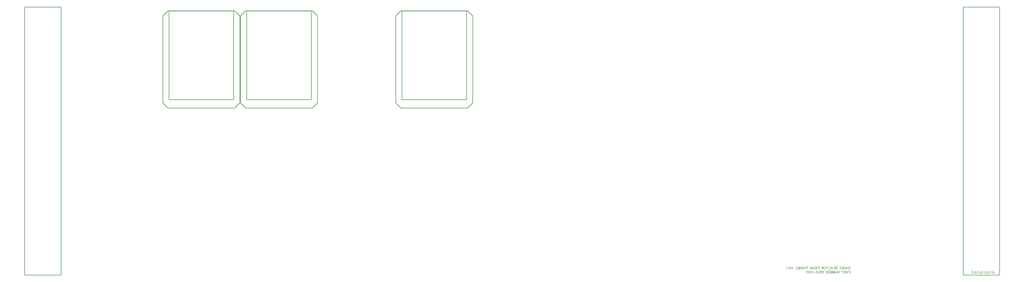
<source format=gbo>
G04 Layer: BottomSilkscreenLayer*
G04 EasyEDA v6.5.34, 2023-08-21 18:11:39*
G04 edb4cfad772943f9a9c9805ee4eed470,5a6b42c53f6a479593ecc07194224c93,10*
G04 Gerber Generator version 0.2*
G04 Scale: 100 percent, Rotated: No, Reflected: No *
G04 Dimensions in millimeters *
G04 leading zeros omitted , absolute positions ,4 integer and 5 decimal *
%FSLAX45Y45*%
%MOMM*%

%ADD10C,0.2032*%
%ADD11C,0.1520*%
%ADD12C,0.2540*%

%LPD*%
D10*
X40872308Y197289D02*
G01*
X40872308Y82745D01*
X40872308Y197289D02*
G01*
X40823217Y197289D01*
X40806855Y191836D01*
X40801399Y186382D01*
X40795945Y175473D01*
X40795945Y159108D01*
X40801399Y148199D01*
X40806855Y142745D01*
X40823217Y137289D01*
X40872308Y137289D01*
X40716308Y197289D02*
G01*
X40759943Y82745D01*
X40716308Y197289D02*
G01*
X40672672Y82745D01*
X40743581Y120926D02*
G01*
X40689037Y120926D01*
X40636672Y197289D02*
G01*
X40636672Y82745D01*
X40636672Y197289D02*
G01*
X40587582Y197289D01*
X40571219Y191836D01*
X40565763Y186382D01*
X40560309Y175473D01*
X40560309Y164564D01*
X40565763Y153654D01*
X40571219Y148199D01*
X40587582Y142745D01*
X40636672Y142745D01*
X40598491Y142745D02*
G01*
X40560309Y82745D01*
X40486126Y197289D02*
G01*
X40486126Y82745D01*
X40524309Y197289D02*
G01*
X40447945Y197289D01*
X40327945Y197289D02*
G01*
X40327945Y82745D01*
X40327945Y197289D02*
G01*
X40251583Y82745D01*
X40251583Y197289D02*
G01*
X40251583Y82745D01*
X40215581Y197289D02*
G01*
X40215581Y115473D01*
X40210127Y99108D01*
X40199218Y88199D01*
X40182855Y82745D01*
X40171946Y82745D01*
X40155581Y88199D01*
X40144674Y99108D01*
X40139218Y115473D01*
X40139218Y197289D01*
X40103219Y197289D02*
G01*
X40103219Y82745D01*
X40103219Y197289D02*
G01*
X40059582Y82745D01*
X40015947Y197289D02*
G01*
X40059582Y82745D01*
X40015947Y197289D02*
G01*
X40015947Y82745D01*
X39979945Y197289D02*
G01*
X39979945Y82745D01*
X39979945Y197289D02*
G01*
X39930854Y197289D01*
X39914492Y191836D01*
X39909038Y186382D01*
X39903582Y175473D01*
X39903582Y164564D01*
X39909038Y153654D01*
X39914492Y148199D01*
X39930854Y142745D01*
X39979945Y142745D02*
G01*
X39930854Y142745D01*
X39914492Y137289D01*
X39909038Y131836D01*
X39903582Y120926D01*
X39903582Y104564D01*
X39909038Y93654D01*
X39914492Y88199D01*
X39930854Y82745D01*
X39979945Y82745D01*
X39867583Y197289D02*
G01*
X39867583Y82745D01*
X39867583Y197289D02*
G01*
X39796674Y197289D01*
X39867583Y142745D02*
G01*
X39823946Y142745D01*
X39867583Y82745D02*
G01*
X39796674Y82745D01*
X39760674Y197289D02*
G01*
X39760674Y82745D01*
X39760674Y197289D02*
G01*
X39711584Y197289D01*
X39695219Y191836D01*
X39689765Y186382D01*
X39684309Y175473D01*
X39684309Y164564D01*
X39689765Y153654D01*
X39695219Y148199D01*
X39711584Y142745D01*
X39760674Y142745D01*
X39722493Y142745D02*
G01*
X39684309Y82745D01*
X39564309Y175473D02*
G01*
X39553400Y180926D01*
X39537038Y197289D01*
X39537038Y82745D01*
X39473766Y197289D02*
G01*
X39490129Y191836D01*
X39495582Y180926D01*
X39495582Y170017D01*
X39490129Y159108D01*
X39479220Y153654D01*
X39457401Y148199D01*
X39441038Y142745D01*
X39430129Y131836D01*
X39424676Y120926D01*
X39424676Y104564D01*
X39430129Y93654D01*
X39435582Y88199D01*
X39451948Y82745D01*
X39473766Y82745D01*
X39490129Y88199D01*
X39495582Y93654D01*
X39501038Y104564D01*
X39501038Y120926D01*
X39495582Y131836D01*
X39484675Y142745D01*
X39468310Y148199D01*
X39446492Y153654D01*
X39435582Y159108D01*
X39430129Y170017D01*
X39430129Y180926D01*
X39435582Y191836D01*
X39451948Y197289D01*
X39473766Y197289D01*
X39323220Y197289D02*
G01*
X39377764Y197289D01*
X39383220Y148199D01*
X39377764Y153654D01*
X39361402Y159108D01*
X39345039Y159108D01*
X39328674Y153654D01*
X39317764Y142745D01*
X39312311Y126382D01*
X39312311Y115473D01*
X39317764Y99108D01*
X39328674Y88199D01*
X39345039Y82745D01*
X39361402Y82745D01*
X39377764Y88199D01*
X39383220Y93654D01*
X39388674Y104564D01*
X39265402Y197289D02*
G01*
X39205402Y197289D01*
X39238130Y153654D01*
X39221765Y153654D01*
X39210856Y148199D01*
X39205402Y142745D01*
X39199947Y126382D01*
X39199947Y115473D01*
X39205402Y99108D01*
X39216312Y88199D01*
X39232674Y82745D01*
X39249040Y82745D01*
X39265402Y88199D01*
X39270856Y93654D01*
X39276312Y104564D01*
X39163947Y131836D02*
G01*
X39065766Y131836D01*
X38997039Y197289D02*
G01*
X39013401Y191836D01*
X39024311Y175473D01*
X39029766Y148199D01*
X39029766Y131836D01*
X39024311Y104564D01*
X39013401Y88199D01*
X38997039Y82745D01*
X38986129Y82745D01*
X38969767Y88199D01*
X38958857Y104564D01*
X38953401Y131836D01*
X38953401Y148199D01*
X38958857Y175473D01*
X38969767Y191836D01*
X38986129Y197289D01*
X38997039Y197289D01*
X38917402Y175473D02*
G01*
X38906493Y180926D01*
X38890130Y197289D01*
X38890130Y82745D01*
X38821403Y197289D02*
G01*
X38837765Y191836D01*
X38848675Y175473D01*
X38854131Y148199D01*
X38854131Y131836D01*
X38848675Y104564D01*
X38837765Y88199D01*
X38821403Y82745D01*
X38810493Y82745D01*
X38794131Y88199D01*
X38783221Y104564D01*
X38777765Y131836D01*
X38777765Y148199D01*
X38783221Y175473D01*
X38794131Y191836D01*
X38810493Y197289D01*
X38821403Y197289D01*
X38741766Y175473D02*
G01*
X38730857Y180926D01*
X38714494Y197289D01*
X38714494Y82745D01*
X40795945Y384126D02*
G01*
X40806855Y395036D01*
X40823217Y400489D01*
X40845036Y400489D01*
X40861399Y395036D01*
X40872308Y384126D01*
X40872308Y373217D01*
X40866855Y362308D01*
X40861399Y356854D01*
X40850489Y351399D01*
X40817761Y340489D01*
X40806855Y335036D01*
X40801399Y329582D01*
X40795945Y318673D01*
X40795945Y302308D01*
X40806855Y291399D01*
X40823217Y285945D01*
X40845036Y285945D01*
X40861399Y291399D01*
X40872308Y302308D01*
X40759943Y400489D02*
G01*
X40759943Y285945D01*
X40683581Y400489D02*
G01*
X40683581Y285945D01*
X40759943Y345945D02*
G01*
X40683581Y345945D01*
X40647581Y400489D02*
G01*
X40647581Y318673D01*
X40642125Y302308D01*
X40631219Y291399D01*
X40614854Y285945D01*
X40603944Y285945D01*
X40587582Y291399D01*
X40576672Y302308D01*
X40571219Y318673D01*
X40571219Y400489D01*
X40535217Y400489D02*
G01*
X40535217Y285945D01*
X40535217Y400489D02*
G01*
X40458854Y285945D01*
X40458854Y400489D02*
G01*
X40458854Y285945D01*
X40384674Y400489D02*
G01*
X40384674Y285945D01*
X40422855Y400489D02*
G01*
X40346490Y400489D01*
X40226490Y400489D02*
G01*
X40226490Y285945D01*
X40226490Y400489D02*
G01*
X40177399Y400489D01*
X40161037Y395036D01*
X40155581Y389582D01*
X40150127Y378673D01*
X40150127Y367764D01*
X40155581Y356854D01*
X40161037Y351399D01*
X40177399Y345945D01*
X40226490Y345945D01*
X40188309Y345945D02*
G01*
X40150127Y285945D01*
X40114128Y400489D02*
G01*
X40114128Y285945D01*
X40114128Y400489D02*
G01*
X40043219Y400489D01*
X40114128Y345945D02*
G01*
X40070491Y345945D01*
X40114128Y285945D02*
G01*
X40043219Y285945D01*
X39963582Y400489D02*
G01*
X40007219Y285945D01*
X39963582Y400489D02*
G01*
X39919945Y285945D01*
X39990854Y324126D02*
G01*
X39936310Y324126D01*
X39802127Y373217D02*
G01*
X39807583Y384126D01*
X39818492Y395036D01*
X39829402Y400489D01*
X39851220Y400489D01*
X39862127Y395036D01*
X39873036Y384126D01*
X39878492Y373217D01*
X39883946Y356854D01*
X39883946Y329582D01*
X39878492Y313217D01*
X39873036Y302308D01*
X39862127Y291399D01*
X39851220Y285945D01*
X39829402Y285945D01*
X39818492Y291399D01*
X39807583Y302308D01*
X39802127Y313217D01*
X39727946Y400489D02*
G01*
X39727946Y285945D01*
X39766128Y400489D02*
G01*
X39689765Y400489D01*
X39621038Y400489D02*
G01*
X39631947Y395036D01*
X39642856Y384126D01*
X39648310Y373217D01*
X39653766Y356854D01*
X39653766Y329582D01*
X39648310Y313217D01*
X39642856Y302308D01*
X39631947Y291399D01*
X39621038Y285945D01*
X39599219Y285945D01*
X39588310Y291399D01*
X39577401Y302308D01*
X39571947Y313217D01*
X39566491Y329582D01*
X39566491Y356854D01*
X39571947Y373217D01*
X39577401Y384126D01*
X39588310Y395036D01*
X39599219Y400489D01*
X39621038Y400489D01*
X39530492Y400489D02*
G01*
X39530492Y285945D01*
X39530492Y400489D02*
G01*
X39481401Y400489D01*
X39465039Y395036D01*
X39459583Y389582D01*
X39454129Y378673D01*
X39454129Y367764D01*
X39459583Y356854D01*
X39465039Y351399D01*
X39481401Y345945D01*
X39530492Y345945D01*
X39492311Y345945D02*
G01*
X39454129Y285945D01*
X39334130Y400489D02*
G01*
X39334130Y285945D01*
X39334130Y400489D02*
G01*
X39263220Y400489D01*
X39334130Y345945D02*
G01*
X39290492Y345945D01*
X39227221Y400489D02*
G01*
X39227221Y285945D01*
X39227221Y400489D02*
G01*
X39178130Y400489D01*
X39161765Y395036D01*
X39156312Y389582D01*
X39150856Y378673D01*
X39150856Y367764D01*
X39156312Y356854D01*
X39161765Y351399D01*
X39178130Y345945D01*
X39227221Y345945D01*
X39189040Y345945D02*
G01*
X39150856Y285945D01*
X39082129Y400489D02*
G01*
X39093038Y395036D01*
X39103947Y384126D01*
X39109403Y373217D01*
X39114857Y356854D01*
X39114857Y329582D01*
X39109403Y313217D01*
X39103947Y302308D01*
X39093038Y291399D01*
X39082129Y285945D01*
X39060313Y285945D01*
X39049403Y291399D01*
X39038494Y302308D01*
X39033038Y313217D01*
X39027585Y329582D01*
X39027585Y356854D01*
X39033038Y373217D01*
X39038494Y384126D01*
X39049403Y395036D01*
X39060313Y400489D01*
X39082129Y400489D01*
X38991585Y400489D02*
G01*
X38991585Y285945D01*
X38991585Y400489D02*
G01*
X38915220Y285945D01*
X38915220Y400489D02*
G01*
X38915220Y285945D01*
X38757039Y400489D02*
G01*
X38757039Y285945D01*
X38795220Y400489D02*
G01*
X38718858Y400489D01*
X38682858Y400489D02*
G01*
X38682858Y285945D01*
X38682858Y400489D02*
G01*
X38633768Y400489D01*
X38617403Y395036D01*
X38611949Y389582D01*
X38606493Y378673D01*
X38606493Y362308D01*
X38611949Y351399D01*
X38617403Y345945D01*
X38633768Y340489D01*
X38682858Y340489D01*
X38526859Y400489D02*
G01*
X38570494Y285945D01*
X38526859Y400489D02*
G01*
X38483222Y285945D01*
X38554131Y324126D02*
G01*
X38499585Y324126D01*
X38447223Y400489D02*
G01*
X38447223Y285945D01*
X38447223Y400489D02*
G01*
X38370857Y285945D01*
X38370857Y400489D02*
G01*
X38370857Y285945D01*
X38334858Y400489D02*
G01*
X38334858Y285945D01*
X38334858Y400489D02*
G01*
X38263949Y400489D01*
X38334858Y345945D02*
G01*
X38291223Y345945D01*
X38334858Y285945D02*
G01*
X38263949Y285945D01*
X38227949Y400489D02*
G01*
X38227949Y285945D01*
X38227949Y285945D02*
G01*
X38162496Y285945D01*
X38042496Y400489D02*
G01*
X37998859Y285945D01*
X37955222Y400489D02*
G01*
X37998859Y285945D01*
X37886495Y400489D02*
G01*
X37902860Y395036D01*
X37913769Y378673D01*
X37919223Y351399D01*
X37919223Y335036D01*
X37913769Y307764D01*
X37902860Y291399D01*
X37886495Y285945D01*
X37875585Y285945D01*
X37859223Y291399D01*
X37848313Y307764D01*
X37842860Y335036D01*
X37842860Y351399D01*
X37848313Y378673D01*
X37859223Y395036D01*
X37875585Y400489D01*
X37886495Y400489D01*
X37801405Y313217D02*
G01*
X37806861Y307764D01*
X37801405Y302308D01*
X37795951Y307764D01*
X37801405Y313217D01*
X37759949Y378673D02*
G01*
X37749043Y384126D01*
X37732677Y400489D01*
X37732677Y285945D01*
D11*
X47974143Y191551D02*
G01*
X47974143Y108424D01*
X47979340Y92837D01*
X47984534Y87642D01*
X47994925Y82448D01*
X48005316Y82448D01*
X48015707Y87642D01*
X48020904Y92837D01*
X48026099Y108424D01*
X48026099Y118816D01*
X47939853Y191551D02*
G01*
X47939853Y82448D01*
X47939853Y82448D02*
G01*
X47877509Y82448D01*
X47765286Y165574D02*
G01*
X47770483Y175966D01*
X47780874Y186357D01*
X47791263Y191551D01*
X47812045Y191551D01*
X47822436Y186357D01*
X47832827Y175966D01*
X47838024Y165574D01*
X47843219Y149987D01*
X47843219Y124010D01*
X47838024Y108424D01*
X47832827Y98033D01*
X47822436Y87642D01*
X47812045Y82448D01*
X47791263Y82448D01*
X47780874Y87642D01*
X47770483Y98033D01*
X47765286Y108424D01*
X47679043Y191551D02*
G01*
X47679043Y108424D01*
X47684237Y92837D01*
X47689434Y87642D01*
X47699823Y82448D01*
X47710214Y82448D01*
X47720605Y87642D01*
X47725802Y92837D01*
X47730996Y108424D01*
X47730996Y118816D01*
X47644753Y191551D02*
G01*
X47644753Y82448D01*
X47644753Y82448D02*
G01*
X47582406Y82448D01*
X47470184Y165574D02*
G01*
X47475381Y175966D01*
X47485772Y186357D01*
X47496163Y191551D01*
X47516943Y191551D01*
X47527334Y186357D01*
X47537725Y175966D01*
X47542922Y165574D01*
X47548116Y149987D01*
X47548116Y124010D01*
X47542922Y108424D01*
X47537725Y98033D01*
X47527334Y87642D01*
X47516943Y82448D01*
X47496163Y82448D01*
X47485772Y87642D01*
X47475381Y98033D01*
X47470184Y108424D01*
X47383941Y191551D02*
G01*
X47383941Y108424D01*
X47389135Y92837D01*
X47394332Y87642D01*
X47404723Y82448D01*
X47415114Y82448D01*
X47425503Y87642D01*
X47430700Y92837D01*
X47435894Y108424D01*
X47435894Y118816D01*
X47349651Y191551D02*
G01*
X47349651Y82448D01*
X47349651Y82448D02*
G01*
X47287304Y82448D01*
X47175084Y165574D02*
G01*
X47180279Y175966D01*
X47190670Y186357D01*
X47201061Y191551D01*
X47221843Y191551D01*
X47232234Y186357D01*
X47242623Y175966D01*
X47247820Y165574D01*
X47253014Y149987D01*
X47253014Y124010D01*
X47247820Y108424D01*
X47242623Y98033D01*
X47232234Y87642D01*
X47221843Y82448D01*
X47201061Y82448D01*
X47190670Y87642D01*
X47180279Y98033D01*
X47175084Y108424D01*
X47088839Y191551D02*
G01*
X47088839Y108424D01*
X47094033Y92837D01*
X47099230Y87642D01*
X47109621Y82448D01*
X47120012Y82448D01*
X47130403Y87642D01*
X47135597Y92837D01*
X47140794Y108424D01*
X47140794Y118816D01*
X47054549Y191551D02*
G01*
X47054549Y82448D01*
X47054549Y82448D02*
G01*
X46992204Y82448D01*
X46879982Y165574D02*
G01*
X46885176Y175966D01*
X46895567Y186357D01*
X46905959Y191551D01*
X46926741Y191551D01*
X46937132Y186357D01*
X46947523Y175966D01*
X46952717Y165574D01*
X46957914Y149987D01*
X46957914Y124010D01*
X46952717Y108424D01*
X46947523Y98033D01*
X46937132Y87642D01*
X46926741Y82448D01*
X46905959Y82448D01*
X46895567Y87642D01*
X46885176Y98033D01*
X46879982Y108424D01*
D12*
X18627996Y13115317D02*
G01*
X21929996Y13115317D01*
X22183996Y12861317D01*
X22183996Y8543317D01*
X21929996Y8289317D01*
X18627996Y8289317D01*
X18373996Y8543317D01*
X18373996Y12861317D01*
X18627996Y13115317D01*
X10941596Y13115317D02*
G01*
X14243596Y13115317D01*
X14497596Y12861317D01*
X14497596Y8543317D01*
X14243596Y8289317D01*
X10941596Y8289317D01*
X10687596Y8543317D01*
X10687596Y12861317D01*
X10941596Y13115317D01*
X7098393Y13115317D02*
G01*
X10400393Y13115317D01*
X10654393Y12861317D01*
X10654393Y8543317D01*
X10400393Y8289317D01*
X7098393Y8289317D01*
X6844393Y8543317D01*
X6844393Y12861317D01*
X7098393Y13115317D01*
X7149211Y13102615D02*
G01*
X10349204Y13102615D01*
X10349204Y8702624D01*
X7149211Y8702624D01*
X7149211Y13102615D01*
X10992408Y13102615D02*
G01*
X14192402Y13102615D01*
X14192402Y8702624D01*
X10992408Y8702624D01*
X10992408Y13102615D01*
X18678804Y13102615D02*
G01*
X21878798Y13102615D01*
X21878798Y8702624D01*
X18678804Y8702624D01*
X18678804Y13102615D01*
X0Y13299973D02*
G01*
X1799996Y13299973D01*
X1799996Y0D01*
X0Y0D01*
X0Y13299973D01*
X46463991Y13296900D02*
G01*
X48263987Y13296900D01*
X48263987Y-3073D01*
X46463991Y-3073D01*
X46463991Y13296900D01*
M02*

</source>
